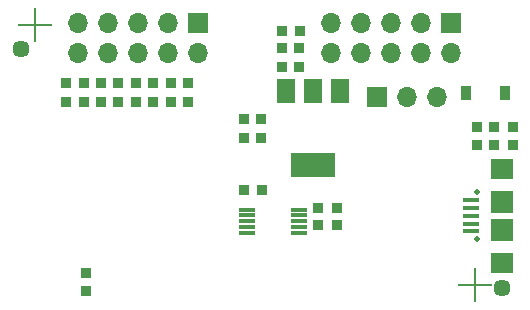
<source format=gbs>
%TF.GenerationSoftware,KiCad,Pcbnew,(5.99.0-8442-g3b424d3868)*%
%TF.CreationDate,2021-01-17T16:03:47+01:00*%
%TF.ProjectId,WiFi-Addon,57694669-2d41-4646-946f-6e2e6b696361,rev?*%
%TF.SameCoordinates,PX160b110PY9be08a8*%
%TF.FileFunction,Soldermask,Bot*%
%TF.FilePolarity,Negative*%
%FSLAX46Y46*%
G04 Gerber Fmt 4.6, Leading zero omitted, Abs format (unit mm)*
G04 Created by KiCad (PCBNEW (5.99.0-8442-g3b424d3868)) date 2021-01-17 16:03:47*
%MOMM*%
%LPD*%
G01*
G04 APERTURE LIST*
%ADD10R,0.950000X0.875000*%
%ADD11C,1.448000*%
%ADD12R,1.700000X1.700000*%
%ADD13O,1.700000X1.700000*%
%ADD14R,3.000000X0.127000*%
%ADD15R,0.127000X3.000000*%
%ADD16R,0.875000X0.950000*%
%ADD17R,1.400000X0.300000*%
%ADD18R,0.900000X1.200000*%
%ADD19C,0.500000*%
%ADD20R,1.350000X0.400000*%
%ADD21R,1.900000X1.900000*%
%ADD22R,1.900000X1.800000*%
%ADD23R,1.500000X2.000000*%
%ADD24R,3.800000X2.000000*%
G04 APERTURE END LIST*
D10*
X17126000Y59536500D03*
X17126000Y57961500D03*
X20066000Y57961500D03*
X20066000Y59536500D03*
D11*
X46686000Y42209000D03*
X5946000Y62369000D03*
D12*
X42312800Y64589000D03*
D13*
X42312800Y62049000D03*
X39772800Y64589000D03*
X39772800Y62049000D03*
X37232800Y64589000D03*
X37232800Y62049000D03*
X34692800Y64589000D03*
X34692800Y62049000D03*
X32152800Y64589000D03*
X32152800Y62049000D03*
D12*
X20926000Y64589000D03*
D13*
X20926000Y62049000D03*
X18386000Y64589000D03*
X18386000Y62049000D03*
X15846000Y64589000D03*
X15846000Y62049000D03*
X13306000Y64589000D03*
X13306000Y62049000D03*
X10766000Y64589000D03*
X10766000Y62049000D03*
D10*
X11416000Y43486500D03*
X11416000Y41911500D03*
X18596000Y57961500D03*
X18596000Y59536500D03*
D14*
X44346000Y42439000D03*
D15*
X44346000Y42439000D03*
D10*
X14176000Y59526500D03*
X14176000Y57951500D03*
X29496000Y60891500D03*
X29496000Y62466500D03*
D16*
X29573500Y63919000D03*
X27998500Y63919000D03*
D17*
X29446000Y48819000D03*
X29446000Y48319000D03*
X29446000Y47819000D03*
X29446000Y47319000D03*
X29446000Y46819000D03*
X25046000Y46819000D03*
X25046000Y47319000D03*
X25046000Y47819000D03*
X25046000Y48319000D03*
X25046000Y48819000D03*
D10*
X44536000Y54241500D03*
X44536000Y55816500D03*
X9756000Y59526500D03*
X9756000Y57951500D03*
X28016000Y60891500D03*
X28016000Y62466500D03*
D16*
X32673500Y48939000D03*
X31098500Y48939000D03*
D18*
X43646000Y58699000D03*
X46946000Y58699000D03*
D19*
X44526800Y46284400D03*
X44526800Y50284400D03*
D20*
X44001800Y49584400D03*
X44001800Y48934400D03*
X44001800Y48284400D03*
X44001800Y47634400D03*
X44001800Y46984400D03*
D21*
X46676800Y49484400D03*
D22*
X46676800Y52284400D03*
X46676800Y44284400D03*
D21*
X46676800Y47084400D03*
D16*
X32673500Y47469000D03*
X31098500Y47469000D03*
D10*
X15646000Y59526500D03*
X15646000Y57951500D03*
D16*
X47553500Y54289000D03*
X45978500Y54289000D03*
D10*
X24786000Y54911500D03*
X24786000Y56486500D03*
D16*
X26363500Y50449000D03*
X24788500Y50449000D03*
D15*
X7126000Y64449000D03*
D14*
X7126000Y64449000D03*
D10*
X11226000Y59526500D03*
X11226000Y57951500D03*
X12696000Y59526500D03*
X12696000Y57951500D03*
D12*
X36086000Y58319000D03*
D13*
X38626000Y58319000D03*
X41166000Y58319000D03*
D16*
X47553500Y55769000D03*
X45978500Y55769000D03*
D10*
X26286000Y54911500D03*
X26286000Y56486500D03*
D23*
X28326000Y58859000D03*
D24*
X30626000Y52559000D03*
D23*
X30626000Y58859000D03*
X32926000Y58859000D03*
M02*

</source>
